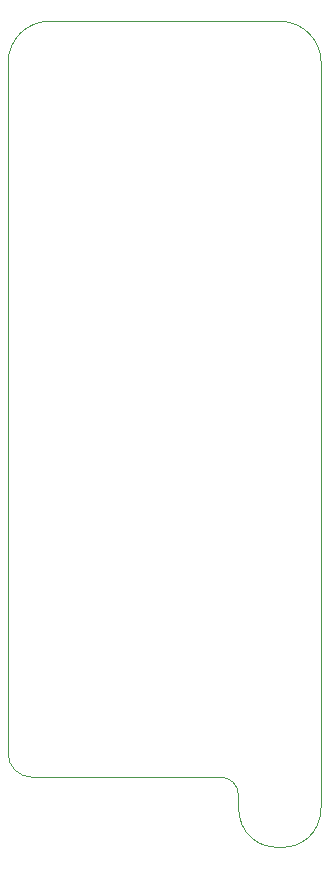
<source format=gbr>
%TF.GenerationSoftware,KiCad,Pcbnew,9.0.0*%
%TF.CreationDate,2025-11-26T22:34:46-05:00*%
%TF.ProjectId,pytheasFC_0.1.0,70797468-6561-4734-9643-5f302e312e30,0.1.0*%
%TF.SameCoordinates,PXbcd3d80PY660b0c0*%
%TF.FileFunction,Profile,NP*%
%FSLAX46Y46*%
G04 Gerber Fmt 4.6, Leading zero omitted, Abs format (unit mm)*
G04 Created by KiCad (PCBNEW 9.0.0) date 2025-11-26 22:34:46*
%MOMM*%
%LPD*%
G01*
G04 APERTURE LIST*
%TA.AperFunction,Profile*%
%ADD10C,0.050000*%
%TD*%
G04 APERTURE END LIST*
D10*
X18000000Y6500000D02*
G75*
G02*
X19500000Y5000000I0J-1500000D01*
G01*
X19500000Y4000000D02*
X19500000Y5000000D01*
X26500000Y4000000D02*
G75*
G02*
X19500000Y4000000I-3500000J0D01*
G01*
X23000000Y70500000D02*
G75*
G02*
X26500000Y67000000I0J-3500000D01*
G01*
X8000000Y6500001D02*
X18000000Y6500000D01*
X2000000Y6500000D02*
G75*
G02*
X0Y8500000I0J2000000D01*
G01*
X0Y8500000D02*
X0Y67000000D01*
X0Y67000000D02*
G75*
G02*
X3500000Y70500000I3500000J0D01*
G01*
X23000000Y70500000D02*
X3500000Y70500000D01*
X8000000Y6500000D02*
X2000000Y6500000D01*
X26500000Y4000000D02*
X26500000Y67000000D01*
M02*

</source>
